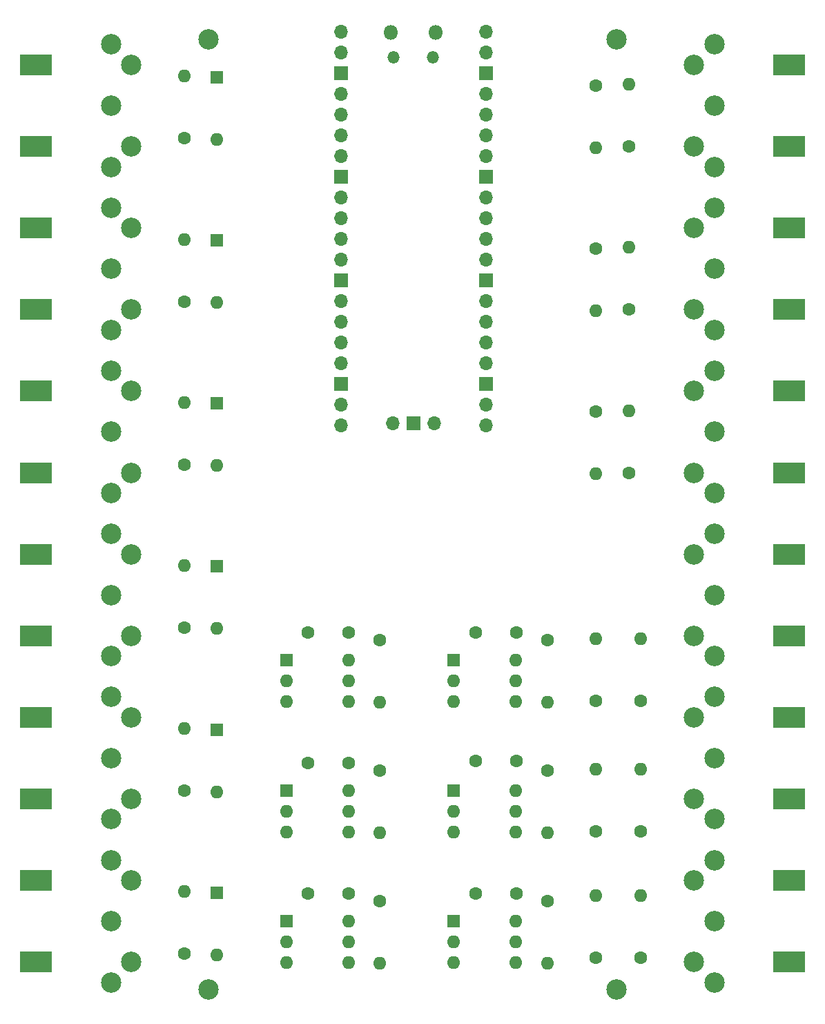
<source format=gbr>
%TF.GenerationSoftware,KiCad,Pcbnew,(6.0.5)*%
%TF.CreationDate,2022-08-17T09:38:04+01:00*%
%TF.ProjectId,PicoMIDIRouter,5069636f-4d49-4444-9952-6f757465722e,rev?*%
%TF.SameCoordinates,Original*%
%TF.FileFunction,Soldermask,Bot*%
%TF.FilePolarity,Negative*%
%FSLAX46Y46*%
G04 Gerber Fmt 4.6, Leading zero omitted, Abs format (unit mm)*
G04 Created by KiCad (PCBNEW (6.0.5)) date 2022-08-17 09:38:04*
%MOMM*%
%LPD*%
G01*
G04 APERTURE LIST*
%ADD10C,1.600000*%
%ADD11R,4.000000X2.500000*%
%ADD12C,2.499360*%
%ADD13O,1.600000X1.600000*%
%ADD14R,1.600000X1.600000*%
%ADD15C,2.500000*%
%ADD16O,1.500000X1.500000*%
%ADD17O,1.800000X1.800000*%
%ADD18O,1.700000X1.700000*%
%ADD19R,1.700000X1.700000*%
G04 APERTURE END LIST*
D10*
%TO.C,C6*%
X107696000Y-146558000D03*
X112696000Y-146558000D03*
%TD*%
D11*
%TO.C,J12*%
X146197700Y-155001260D03*
X146197700Y-144998740D03*
D12*
X137002800Y-142501920D03*
X137000260Y-150000000D03*
X137002800Y-157498080D03*
X134500900Y-145003820D03*
X134500900Y-154996180D03*
%TD*%
D11*
%TO.C,J1*%
X53802300Y-55001260D03*
X53802300Y-44998740D03*
D12*
X62997200Y-57498080D03*
X62999740Y-50000000D03*
X62997200Y-42501920D03*
X65499100Y-54996180D03*
X65499100Y-45003820D03*
%TD*%
D10*
%TO.C,R5*%
X126500000Y-55000000D03*
D13*
X126500000Y-47380000D03*
%TD*%
D10*
%TO.C,R3*%
X72000000Y-94000000D03*
D13*
X72000000Y-86380000D03*
%TD*%
D10*
%TO.C,R10*%
X96000000Y-115500000D03*
D13*
X96000000Y-123120000D03*
%TD*%
D10*
%TO.C,R9*%
X116500000Y-131500000D03*
D13*
X116500000Y-139120000D03*
%TD*%
D14*
%TO.C,D6*%
X76000000Y-146500000D03*
D13*
X76000000Y-154120000D03*
%TD*%
D10*
%TO.C,R8*%
X116500000Y-115500000D03*
D13*
X116500000Y-123120000D03*
%TD*%
D14*
%TO.C,D1*%
X76000000Y-46500000D03*
D13*
X76000000Y-54120000D03*
%TD*%
D10*
%TO.C,R21*%
X122500000Y-139000000D03*
D13*
X122500000Y-131380000D03*
%TD*%
D10*
%TO.C,R20*%
X116500000Y-147500000D03*
D13*
X116500000Y-155120000D03*
%TD*%
D15*
%TO.C,H2*%
X75000000Y-158362000D03*
%TD*%
D10*
%TO.C,R2*%
X72000000Y-74000000D03*
D13*
X72000000Y-66380000D03*
%TD*%
D10*
%TO.C,R13*%
X122500000Y-123000000D03*
D13*
X122500000Y-115380000D03*
%TD*%
D10*
%TO.C,R23*%
X122500000Y-154500000D03*
D13*
X122500000Y-146880000D03*
%TD*%
D10*
%TO.C,R16*%
X72000000Y-134000000D03*
D13*
X72000000Y-126380000D03*
%TD*%
D11*
%TO.C,J11*%
X146197700Y-135001260D03*
X146197700Y-124998740D03*
D12*
X137002800Y-122501920D03*
X137000260Y-130000000D03*
X137002800Y-137498080D03*
X134500900Y-125003820D03*
X134500900Y-134996180D03*
%TD*%
D10*
%TO.C,R12*%
X126500000Y-95000000D03*
D13*
X126500000Y-87380000D03*
%TD*%
D10*
%TO.C,R14*%
X128000000Y-123000000D03*
D13*
X128000000Y-115380000D03*
%TD*%
D14*
%TO.C,U6*%
X105000000Y-150000000D03*
D13*
X105000000Y-152540000D03*
X105000000Y-155080000D03*
X112620000Y-155080000D03*
X112620000Y-152540000D03*
X112620000Y-150000000D03*
%TD*%
D10*
%TO.C,R1*%
X72000000Y-54000000D03*
D13*
X72000000Y-46380000D03*
%TD*%
D14*
%TO.C,D4*%
X76000000Y-106500000D03*
D13*
X76000000Y-114120000D03*
%TD*%
D11*
%TO.C,J7*%
X146197700Y-115001260D03*
X146197700Y-104998740D03*
D12*
X137002800Y-102501920D03*
X137000260Y-110000000D03*
X137002800Y-117498080D03*
X134500900Y-105003820D03*
X134500900Y-114996180D03*
%TD*%
D14*
%TO.C,D2*%
X76000000Y-66500000D03*
D13*
X76000000Y-74120000D03*
%TD*%
D14*
%TO.C,U1*%
X105000000Y-118000000D03*
D13*
X105000000Y-120540000D03*
X105000000Y-123080000D03*
X112620000Y-123080000D03*
X112620000Y-120540000D03*
X112620000Y-118000000D03*
%TD*%
D11*
%TO.C,J6*%
X146197700Y-95001260D03*
X146197700Y-84998740D03*
D12*
X137002800Y-82501920D03*
X137000260Y-90000000D03*
X137002800Y-97498080D03*
X134500900Y-85003820D03*
X134500900Y-94996180D03*
%TD*%
D14*
%TO.C,D3*%
X76000000Y-86500000D03*
D13*
X76000000Y-94120000D03*
%TD*%
D10*
%TO.C,R24*%
X128000000Y-154500000D03*
D13*
X128000000Y-146880000D03*
%TD*%
D16*
%TO.C,U7*%
X102501000Y-44054000D03*
D17*
X97351000Y-41024000D03*
D16*
X97651000Y-44054000D03*
D17*
X102801000Y-41024000D03*
D18*
X91186000Y-40894000D03*
X91186000Y-43434000D03*
D19*
X91186000Y-45974000D03*
D18*
X91186000Y-48514000D03*
X91186000Y-51054000D03*
X91186000Y-53594000D03*
X91186000Y-56134000D03*
D19*
X91186000Y-58674000D03*
D18*
X91186000Y-61214000D03*
X91186000Y-63754000D03*
X91186000Y-66294000D03*
X91186000Y-68834000D03*
D19*
X91186000Y-71374000D03*
D18*
X91186000Y-73914000D03*
X91186000Y-76454000D03*
X91186000Y-78994000D03*
X91186000Y-81534000D03*
D19*
X91186000Y-84074000D03*
D18*
X91186000Y-86614000D03*
X91186000Y-89154000D03*
X108966000Y-89154000D03*
X108966000Y-86614000D03*
D19*
X108966000Y-84074000D03*
D18*
X108966000Y-81534000D03*
X108966000Y-78994000D03*
X108966000Y-76454000D03*
X108966000Y-73914000D03*
D19*
X108966000Y-71374000D03*
D18*
X108966000Y-68834000D03*
X108966000Y-66294000D03*
X108966000Y-63754000D03*
X108966000Y-61214000D03*
D19*
X108966000Y-58674000D03*
D18*
X108966000Y-56134000D03*
X108966000Y-53594000D03*
X108966000Y-51054000D03*
X108966000Y-48514000D03*
D19*
X108966000Y-45974000D03*
D18*
X108966000Y-43434000D03*
X108966000Y-40894000D03*
X97536000Y-88924000D03*
D19*
X100076000Y-88924000D03*
D18*
X102616000Y-88924000D03*
%TD*%
D14*
%TO.C,U4*%
X84500000Y-134000000D03*
D13*
X84500000Y-136540000D03*
X84500000Y-139080000D03*
X92120000Y-139080000D03*
X92120000Y-136540000D03*
X92120000Y-134000000D03*
%TD*%
D15*
%TO.C,H4*%
X125000000Y-158362000D03*
%TD*%
D10*
%TO.C,R18*%
X96000000Y-131500000D03*
D13*
X96000000Y-139120000D03*
%TD*%
D10*
%TO.C,C5*%
X87162000Y-146558000D03*
X92162000Y-146558000D03*
%TD*%
%TO.C,R4*%
X122500000Y-47500000D03*
D13*
X122500000Y-55120000D03*
%TD*%
D14*
%TO.C,D5*%
X76000000Y-126500000D03*
D13*
X76000000Y-134120000D03*
%TD*%
D10*
%TO.C,C3*%
X87162000Y-114554000D03*
X92162000Y-114554000D03*
%TD*%
D14*
%TO.C,U5*%
X84500000Y-150000000D03*
D13*
X84500000Y-152540000D03*
X84500000Y-155080000D03*
X92120000Y-155080000D03*
X92120000Y-152540000D03*
X92120000Y-150000000D03*
%TD*%
D11*
%TO.C,J8*%
X53802300Y-104998740D03*
X53802300Y-115001260D03*
D12*
X62997200Y-117498080D03*
X62999740Y-110000000D03*
X62997200Y-102501920D03*
X65499100Y-114996180D03*
X65499100Y-105003820D03*
%TD*%
D14*
%TO.C,U3*%
X84500000Y-118000000D03*
D13*
X84500000Y-120540000D03*
X84500000Y-123080000D03*
X92120000Y-123080000D03*
X92120000Y-120540000D03*
X92120000Y-118000000D03*
%TD*%
D10*
%TO.C,R7*%
X126500000Y-75000000D03*
D13*
X126500000Y-67380000D03*
%TD*%
D15*
%TO.C,H1*%
X75000000Y-41862000D03*
%TD*%
D11*
%TO.C,J2*%
X53802300Y-64998740D03*
X53802300Y-75001260D03*
D12*
X62997200Y-77498080D03*
X62999740Y-70000000D03*
X62997200Y-62501920D03*
X65499100Y-74996180D03*
X65499100Y-65003820D03*
%TD*%
D15*
%TO.C,H3*%
X125000000Y-41862000D03*
%TD*%
D11*
%TO.C,J3*%
X53802300Y-95001260D03*
X53802300Y-84998740D03*
D12*
X62997200Y-97498080D03*
X62999740Y-90000000D03*
X62997200Y-82501920D03*
X65499100Y-94996180D03*
X65499100Y-85003820D03*
%TD*%
D10*
%TO.C,R15*%
X72000000Y-114000000D03*
D13*
X72000000Y-106380000D03*
%TD*%
D10*
%TO.C,R6*%
X122500000Y-67500000D03*
D13*
X122500000Y-75120000D03*
%TD*%
D10*
%TO.C,C4*%
X87162000Y-130556000D03*
X92162000Y-130556000D03*
%TD*%
D11*
%TO.C,J9*%
X53802300Y-135001260D03*
X53802300Y-124998740D03*
D12*
X62997200Y-137498080D03*
X62999740Y-130000000D03*
X62997200Y-122501920D03*
X65499100Y-134996180D03*
X65499100Y-125003820D03*
%TD*%
D11*
%TO.C,J4*%
X146197700Y-44998740D03*
X146197700Y-55001260D03*
D12*
X137002800Y-42501920D03*
X137000260Y-50000000D03*
X137002800Y-57498080D03*
X134500900Y-45003820D03*
X134500900Y-54996180D03*
%TD*%
D10*
%TO.C,C1*%
X107736000Y-114554000D03*
X112736000Y-114554000D03*
%TD*%
%TO.C,C2*%
X107736000Y-130302000D03*
X112736000Y-130302000D03*
%TD*%
%TO.C,R22*%
X128000000Y-139000000D03*
D13*
X128000000Y-131380000D03*
%TD*%
D14*
%TO.C,U2*%
X105000000Y-134000000D03*
D13*
X105000000Y-136540000D03*
X105000000Y-139080000D03*
X112620000Y-139080000D03*
X112620000Y-136540000D03*
X112620000Y-134000000D03*
%TD*%
D10*
%TO.C,R11*%
X122500000Y-87500000D03*
D13*
X122500000Y-95120000D03*
%TD*%
D10*
%TO.C,R19*%
X96000000Y-147500000D03*
D13*
X96000000Y-155120000D03*
%TD*%
D11*
%TO.C,J10*%
X53802300Y-144998740D03*
X53802300Y-155001260D03*
D12*
X62997200Y-157498080D03*
X62999740Y-150000000D03*
X62997200Y-142501920D03*
X65499100Y-154996180D03*
X65499100Y-145003820D03*
%TD*%
D11*
%TO.C,J5*%
X146197700Y-75001260D03*
X146197700Y-64998740D03*
D12*
X137002800Y-62501920D03*
X137000260Y-70000000D03*
X137002800Y-77498080D03*
X134500900Y-65003820D03*
X134500900Y-74996180D03*
%TD*%
D10*
%TO.C,R17*%
X72000000Y-154000000D03*
D13*
X72000000Y-146380000D03*
%TD*%
M02*

</source>
